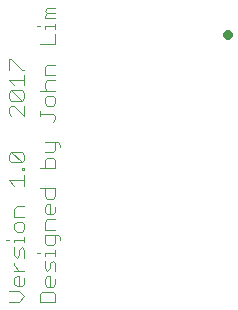
<source format=gbo>
G75*
%MOIN*%
%OFA0B0*%
%FSLAX25Y25*%
%IPPOS*%
%LPD*%
%AMOC8*
5,1,8,0,0,1.08239X$1,22.5*
%
%ADD10C,0.03200*%
%ADD11C,0.00400*%
D10*
X0092065Y0147555D02*
X0092065Y0147690D01*
D11*
X0029421Y0061167D02*
X0029421Y0058565D01*
X0034625Y0058565D01*
X0034625Y0061167D01*
X0033758Y0062035D01*
X0030288Y0062035D01*
X0029421Y0061167D01*
X0032023Y0063721D02*
X0031155Y0064589D01*
X0031155Y0066324D01*
X0032023Y0067191D01*
X0032890Y0067191D01*
X0032890Y0063721D01*
X0032023Y0063721D02*
X0033758Y0063721D01*
X0034625Y0064589D01*
X0034625Y0066324D01*
X0034625Y0068878D02*
X0034625Y0071480D01*
X0033758Y0072347D01*
X0032890Y0071480D01*
X0032890Y0069745D01*
X0032023Y0068878D01*
X0031155Y0069745D01*
X0031155Y0072347D01*
X0031155Y0074034D02*
X0031155Y0074902D01*
X0034625Y0074902D01*
X0034625Y0075769D02*
X0034625Y0074034D01*
X0033758Y0077472D02*
X0034625Y0078339D01*
X0034625Y0080941D01*
X0035492Y0080941D02*
X0031155Y0080941D01*
X0031155Y0078339D01*
X0032023Y0077472D01*
X0033758Y0077472D01*
X0036360Y0079207D02*
X0036360Y0080074D01*
X0035492Y0080941D01*
X0034625Y0082628D02*
X0031155Y0082628D01*
X0031155Y0085230D01*
X0032023Y0086098D01*
X0034625Y0086098D01*
X0033758Y0087785D02*
X0034625Y0088652D01*
X0034625Y0090387D01*
X0033758Y0092941D02*
X0032023Y0092941D01*
X0031155Y0093808D01*
X0031155Y0096411D01*
X0029421Y0096411D02*
X0034625Y0096411D01*
X0034625Y0093808D01*
X0033758Y0092941D01*
X0032890Y0091254D02*
X0032890Y0087785D01*
X0032023Y0087785D02*
X0031155Y0088652D01*
X0031155Y0090387D01*
X0032023Y0091254D01*
X0032890Y0091254D01*
X0033758Y0087785D02*
X0032023Y0087785D01*
X0029421Y0074902D02*
X0028553Y0074902D01*
X0024365Y0075912D02*
X0024365Y0073310D01*
X0022630Y0074177D02*
X0021763Y0073310D01*
X0020895Y0074177D01*
X0020895Y0076779D01*
X0020895Y0078466D02*
X0020895Y0079334D01*
X0024365Y0079334D01*
X0024365Y0080201D02*
X0024365Y0078466D01*
X0023498Y0076779D02*
X0022630Y0075912D01*
X0022630Y0074177D01*
X0024365Y0075912D02*
X0023498Y0076779D01*
X0023498Y0081904D02*
X0021763Y0081904D01*
X0020895Y0082771D01*
X0020895Y0084506D01*
X0021763Y0085373D01*
X0023498Y0085373D01*
X0024365Y0084506D01*
X0024365Y0082771D01*
X0023498Y0081904D01*
X0024365Y0087060D02*
X0020895Y0087060D01*
X0020895Y0089662D01*
X0021763Y0090530D01*
X0024365Y0090530D01*
X0024365Y0097373D02*
X0024365Y0100843D01*
X0024365Y0102529D02*
X0024365Y0103397D01*
X0023498Y0103397D01*
X0023498Y0102529D01*
X0024365Y0102529D01*
X0024365Y0099108D02*
X0019161Y0099108D01*
X0020895Y0097373D01*
X0020028Y0105108D02*
X0019161Y0105975D01*
X0019161Y0107710D01*
X0020028Y0108577D01*
X0023498Y0105108D01*
X0024365Y0105975D01*
X0024365Y0107710D01*
X0023498Y0108577D01*
X0020028Y0108577D01*
X0020028Y0105108D02*
X0023498Y0105108D01*
X0029421Y0103254D02*
X0034625Y0103254D01*
X0034625Y0105856D01*
X0033758Y0106723D01*
X0032023Y0106723D01*
X0031155Y0105856D01*
X0031155Y0103254D01*
X0031155Y0108410D02*
X0033758Y0108410D01*
X0034625Y0109278D01*
X0034625Y0111880D01*
X0035492Y0111880D02*
X0036360Y0111012D01*
X0036360Y0110145D01*
X0035492Y0111880D02*
X0031155Y0111880D01*
X0033758Y0118723D02*
X0034625Y0119590D01*
X0034625Y0120458D01*
X0033758Y0121325D01*
X0029421Y0121325D01*
X0029421Y0120458D02*
X0029421Y0122193D01*
X0031155Y0124747D02*
X0031155Y0126482D01*
X0032023Y0127349D01*
X0033758Y0127349D01*
X0034625Y0126482D01*
X0034625Y0124747D01*
X0033758Y0123879D01*
X0032023Y0123879D01*
X0031155Y0124747D01*
X0032023Y0129036D02*
X0031155Y0129903D01*
X0031155Y0131638D01*
X0032023Y0132505D01*
X0034625Y0132505D01*
X0034625Y0134192D02*
X0031155Y0134192D01*
X0031155Y0136794D01*
X0032023Y0137662D01*
X0034625Y0137662D01*
X0034625Y0144505D02*
X0034625Y0147975D01*
X0034625Y0149661D02*
X0034625Y0151396D01*
X0034625Y0150529D02*
X0031155Y0150529D01*
X0031155Y0149661D01*
X0029421Y0150529D02*
X0028553Y0150529D01*
X0031155Y0153099D02*
X0031155Y0153966D01*
X0032023Y0154834D01*
X0031155Y0155701D01*
X0032023Y0156569D01*
X0034625Y0156569D01*
X0034625Y0154834D02*
X0032023Y0154834D01*
X0031155Y0153099D02*
X0034625Y0153099D01*
X0034625Y0144505D02*
X0029421Y0144505D01*
X0024365Y0136046D02*
X0023498Y0136046D01*
X0020028Y0139516D01*
X0019161Y0139516D01*
X0019161Y0136046D01*
X0019161Y0132624D02*
X0024365Y0132624D01*
X0024365Y0130890D02*
X0024365Y0134359D01*
X0020895Y0130890D02*
X0019161Y0132624D01*
X0020028Y0129203D02*
X0019161Y0128335D01*
X0019161Y0126601D01*
X0020028Y0125733D01*
X0023498Y0125733D01*
X0020028Y0129203D01*
X0023498Y0129203D01*
X0024365Y0128335D01*
X0024365Y0126601D01*
X0023498Y0125733D01*
X0024365Y0124046D02*
X0024365Y0120577D01*
X0020895Y0124046D01*
X0020028Y0124046D01*
X0019161Y0123179D01*
X0019161Y0121444D01*
X0020028Y0120577D01*
X0029421Y0129036D02*
X0034625Y0129036D01*
X0019161Y0079334D02*
X0018293Y0079334D01*
X0020895Y0071615D02*
X0020895Y0070748D01*
X0022630Y0069013D01*
X0022630Y0067326D02*
X0022630Y0063856D01*
X0021763Y0063856D02*
X0020895Y0064724D01*
X0020895Y0066459D01*
X0021763Y0067326D01*
X0022630Y0067326D01*
X0024365Y0066459D02*
X0024365Y0064724D01*
X0023498Y0063856D01*
X0021763Y0063856D01*
X0022630Y0062170D02*
X0019161Y0062170D01*
X0019161Y0058700D02*
X0022630Y0058700D01*
X0024365Y0060435D01*
X0022630Y0062170D01*
X0024365Y0069013D02*
X0020895Y0069013D01*
M02*

</source>
